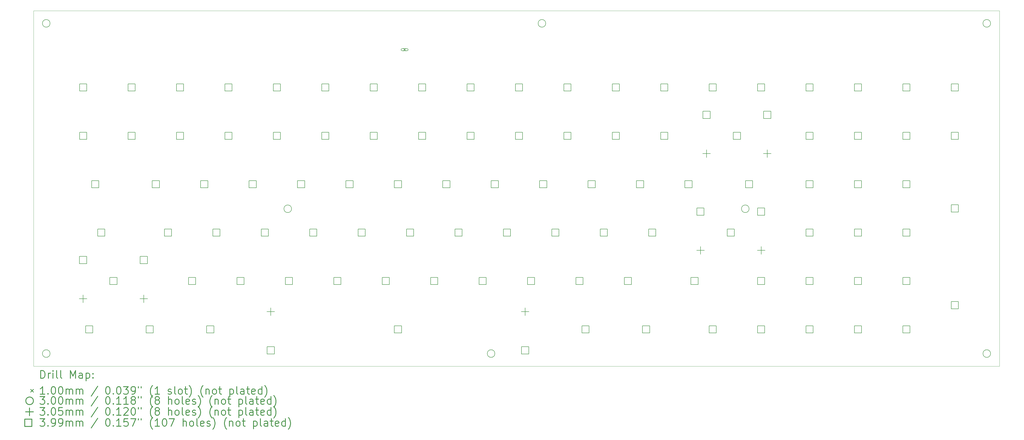
<source format=gbr>
%FSLAX45Y45*%
G04 Gerber Fmt 4.5, Leading zero omitted, Abs format (unit mm)*
G04 Created by KiCad (PCBNEW (5.0.0)) date 11/22/18 23:54:33*
%MOMM*%
%LPD*%
G01*
G04 APERTURE LIST*
%ADD10C,0.100000*%
%ADD11C,0.200000*%
%ADD12C,0.300000*%
G04 APERTURE END LIST*
D10*
X43000000Y-4700000D02*
X37000000Y-4700000D01*
X43000000Y-18700000D02*
X43000000Y-4700000D01*
X37000000Y-18700000D02*
X43000000Y-18700000D01*
X5000000Y-4700000D02*
X5000000Y-18700000D01*
X5000000Y-4700000D02*
X37000000Y-4700000D01*
X6000000Y-18700000D02*
X37000000Y-18700000D01*
X6000000Y-18700000D02*
X5000000Y-18700000D01*
D11*
X19548000Y-6186600D02*
X19648000Y-6286600D01*
X19648000Y-6186600D02*
X19548000Y-6286600D01*
X19498000Y-6276600D02*
X19698000Y-6276600D01*
X19498000Y-6196600D02*
X19698000Y-6196600D01*
X19698000Y-6276600D02*
G75*
G03X19698000Y-6196600I0J40000D01*
G01*
X19498000Y-6196600D02*
G75*
G03X19498000Y-6276600I0J-40000D01*
G01*
X25150000Y-5200000D02*
G75*
G03X25150000Y-5200000I-150000J0D01*
G01*
X5650000Y-18200000D02*
G75*
G03X5650000Y-18200000I-150000J0D01*
G01*
X5650000Y-5200000D02*
G75*
G03X5650000Y-5200000I-150000J0D01*
G01*
X42650000Y-18200000D02*
G75*
G03X42650000Y-18200000I-150000J0D01*
G01*
X33150000Y-12500000D02*
G75*
G03X33150000Y-12500000I-150000J0D01*
G01*
X23150000Y-18200000D02*
G75*
G03X23150000Y-18200000I-150000J0D01*
G01*
X42650000Y-5200000D02*
G75*
G03X42650000Y-5200000I-150000J0D01*
G01*
X15150000Y-12500000D02*
G75*
G03X15150000Y-12500000I-150000J0D01*
G01*
X31238075Y-13983600D02*
X31238075Y-14288400D01*
X31085675Y-14136000D02*
X31390475Y-14136000D01*
X33625675Y-13983600D02*
X33625675Y-14288400D01*
X33473275Y-14136000D02*
X33778075Y-14136000D01*
X6949325Y-15888600D02*
X6949325Y-16193400D01*
X6796925Y-16041000D02*
X7101725Y-16041000D01*
X9336925Y-15888600D02*
X9336925Y-16193400D01*
X9184525Y-16041000D02*
X9489325Y-16041000D01*
X31476200Y-10173600D02*
X31476200Y-10478400D01*
X31323800Y-10326000D02*
X31628600Y-10326000D01*
X33863800Y-10173600D02*
X33863800Y-10478400D01*
X33711400Y-10326000D02*
X34016200Y-10326000D01*
X14331200Y-16396600D02*
X14331200Y-16701400D01*
X14178800Y-16549000D02*
X14483600Y-16549000D01*
X24338800Y-16396600D02*
X24338800Y-16701400D01*
X24186400Y-16549000D02*
X24491200Y-16549000D01*
X18523491Y-9768491D02*
X18523491Y-9486509D01*
X18241509Y-9486509D01*
X18241509Y-9768491D01*
X18523491Y-9768491D01*
X7807866Y-13578491D02*
X7807866Y-13296509D01*
X7525884Y-13296509D01*
X7525884Y-13578491D01*
X7807866Y-13578491D01*
X10427241Y-13578491D02*
X10427241Y-13296509D01*
X10145259Y-13296509D01*
X10145259Y-13578491D01*
X10427241Y-13578491D01*
X9712866Y-17388491D02*
X9712866Y-17106509D01*
X9430884Y-17106509D01*
X9430884Y-17388491D01*
X9712866Y-17388491D01*
X35668491Y-17388491D02*
X35668491Y-17106509D01*
X35386509Y-17106509D01*
X35386509Y-17388491D01*
X35668491Y-17388491D01*
X17094741Y-15483491D02*
X17094741Y-15201509D01*
X16812759Y-15201509D01*
X16812759Y-15483491D01*
X17094741Y-15483491D01*
X13760991Y-11673491D02*
X13760991Y-11391509D01*
X13479009Y-11391509D01*
X13479009Y-11673491D01*
X13760991Y-11673491D01*
X15665991Y-11673491D02*
X15665991Y-11391509D01*
X15384009Y-11391509D01*
X15384009Y-11673491D01*
X15665991Y-11673491D01*
X11855991Y-11673491D02*
X11855991Y-11391509D01*
X11574009Y-11391509D01*
X11574009Y-11673491D01*
X11855991Y-11673491D01*
X29477241Y-13578491D02*
X29477241Y-13296509D01*
X29195259Y-13296509D01*
X29195259Y-13578491D01*
X29477241Y-13578491D01*
X35668491Y-7863491D02*
X35668491Y-7581509D01*
X35386509Y-7581509D01*
X35386509Y-7863491D01*
X35668491Y-7863491D01*
X14713491Y-7863491D02*
X14713491Y-7581509D01*
X14431509Y-7581509D01*
X14431509Y-7863491D01*
X14713491Y-7863491D01*
X33763491Y-7863491D02*
X33763491Y-7581509D01*
X33481509Y-7581509D01*
X33481509Y-7863491D01*
X33763491Y-7863491D01*
X18047241Y-13578491D02*
X18047241Y-13296509D01*
X17765259Y-13296509D01*
X17765259Y-13578491D01*
X18047241Y-13578491D01*
X37573491Y-11673491D02*
X37573491Y-11391509D01*
X37291509Y-11391509D01*
X37291509Y-11673491D01*
X37573491Y-11673491D01*
X16618491Y-7863491D02*
X16618491Y-7581509D01*
X16336509Y-7581509D01*
X16336509Y-7863491D01*
X16618491Y-7863491D01*
X35668491Y-13578491D02*
X35668491Y-13296509D01*
X35386509Y-13296509D01*
X35386509Y-13578491D01*
X35668491Y-13578491D01*
X28524741Y-15483491D02*
X28524741Y-15201509D01*
X28242759Y-15201509D01*
X28242759Y-15483491D01*
X28524741Y-15483491D01*
X29239116Y-17388491D02*
X29239116Y-17106509D01*
X28957134Y-17106509D01*
X28957134Y-17388491D01*
X29239116Y-17388491D01*
X31144116Y-15483491D02*
X31144116Y-15201509D01*
X30862134Y-15201509D01*
X30862134Y-15483491D01*
X31144116Y-15483491D01*
X33763491Y-15483491D02*
X33763491Y-15201509D01*
X33481509Y-15201509D01*
X33481509Y-15483491D01*
X33763491Y-15483491D01*
X26143491Y-9768491D02*
X26143491Y-9486509D01*
X25861509Y-9486509D01*
X25861509Y-9768491D01*
X26143491Y-9768491D01*
X22333491Y-9768491D02*
X22333491Y-9486509D01*
X22051509Y-9486509D01*
X22051509Y-9768491D01*
X22333491Y-9768491D01*
X22809741Y-15483491D02*
X22809741Y-15201509D01*
X22527759Y-15201509D01*
X22527759Y-15483491D01*
X22809741Y-15483491D01*
X17570991Y-11673491D02*
X17570991Y-11391509D01*
X17289009Y-11391509D01*
X17289009Y-11673491D01*
X17570991Y-11673491D01*
X27095991Y-11673491D02*
X27095991Y-11391509D01*
X26814009Y-11391509D01*
X26814009Y-11673491D01*
X27095991Y-11673491D01*
X19475991Y-11673491D02*
X19475991Y-11391509D01*
X19194009Y-11391509D01*
X19194009Y-11673491D01*
X19475991Y-11673491D01*
X27572241Y-13578491D02*
X27572241Y-13296509D01*
X27290259Y-13296509D01*
X27290259Y-13578491D01*
X27572241Y-13578491D01*
X30905991Y-11673491D02*
X30905991Y-11391509D01*
X30624009Y-11391509D01*
X30624009Y-11673491D01*
X30905991Y-11673491D01*
X41383491Y-9768491D02*
X41383491Y-9486509D01*
X41101509Y-9486509D01*
X41101509Y-9768491D01*
X41383491Y-9768491D01*
X29953491Y-7863491D02*
X29953491Y-7581509D01*
X29671509Y-7581509D01*
X29671509Y-7863491D01*
X29953491Y-7863491D01*
X39478491Y-13578491D02*
X39478491Y-13296509D01*
X39196509Y-13296509D01*
X39196509Y-13578491D01*
X39478491Y-13578491D01*
X12332241Y-13578491D02*
X12332241Y-13296509D01*
X12050259Y-13296509D01*
X12050259Y-13578491D01*
X12332241Y-13578491D01*
X41383491Y-16435991D02*
X41383491Y-16154009D01*
X41101509Y-16154009D01*
X41101509Y-16435991D01*
X41383491Y-16435991D01*
X31379066Y-12752991D02*
X31379066Y-12471009D01*
X31097084Y-12471009D01*
X31097084Y-12752991D01*
X31379066Y-12752991D01*
X32572866Y-13578491D02*
X32572866Y-13296509D01*
X32290884Y-13296509D01*
X32290884Y-13578491D01*
X32572866Y-13578491D01*
X33766666Y-12752991D02*
X33766666Y-12471009D01*
X33484684Y-12471009D01*
X33484684Y-12752991D01*
X33766666Y-12752991D01*
X7569741Y-11673491D02*
X7569741Y-11391509D01*
X7287759Y-11391509D01*
X7287759Y-11673491D01*
X7569741Y-11673491D01*
X29953491Y-9768491D02*
X29953491Y-9486509D01*
X29671509Y-9486509D01*
X29671509Y-9768491D01*
X29953491Y-9768491D01*
X13284741Y-15483491D02*
X13284741Y-15201509D01*
X13002759Y-15201509D01*
X13002759Y-15483491D01*
X13284741Y-15483491D01*
X23285991Y-11673491D02*
X23285991Y-11391509D01*
X23004009Y-11391509D01*
X23004009Y-11673491D01*
X23285991Y-11673491D01*
X35668491Y-9768491D02*
X35668491Y-9486509D01*
X35386509Y-9486509D01*
X35386509Y-9768491D01*
X35668491Y-9768491D01*
X21857241Y-13578491D02*
X21857241Y-13296509D01*
X21575259Y-13296509D01*
X21575259Y-13578491D01*
X21857241Y-13578491D01*
X41383491Y-7863491D02*
X41383491Y-7581509D01*
X41101509Y-7581509D01*
X41101509Y-7863491D01*
X41383491Y-7863491D01*
X9950991Y-11673491D02*
X9950991Y-11391509D01*
X9669009Y-11391509D01*
X9669009Y-11673491D01*
X9950991Y-11673491D01*
X28048491Y-9768491D02*
X28048491Y-9486509D01*
X27766509Y-9486509D01*
X27766509Y-9768491D01*
X28048491Y-9768491D01*
X31858491Y-17388491D02*
X31858491Y-17106509D01*
X31576509Y-17106509D01*
X31576509Y-17388491D01*
X31858491Y-17388491D01*
X12808491Y-7863491D02*
X12808491Y-7581509D01*
X12526509Y-7581509D01*
X12526509Y-7863491D01*
X12808491Y-7863491D01*
X39478491Y-11673491D02*
X39478491Y-11391509D01*
X39196509Y-11391509D01*
X39196509Y-11673491D01*
X39478491Y-11673491D01*
X12808491Y-9768491D02*
X12808491Y-9486509D01*
X12526509Y-9486509D01*
X12526509Y-9768491D01*
X12808491Y-9768491D01*
X41383491Y-12625991D02*
X41383491Y-12344009D01*
X41101509Y-12344009D01*
X41101509Y-12625991D01*
X41383491Y-12625991D01*
X7090316Y-14657991D02*
X7090316Y-14376009D01*
X6808334Y-14376009D01*
X6808334Y-14657991D01*
X7090316Y-14657991D01*
X8284116Y-15483491D02*
X8284116Y-15201509D01*
X8002134Y-15201509D01*
X8002134Y-15483491D01*
X8284116Y-15483491D01*
X9477916Y-14657991D02*
X9477916Y-14376009D01*
X9195934Y-14376009D01*
X9195934Y-14657991D01*
X9477916Y-14657991D01*
X18999741Y-15483491D02*
X18999741Y-15201509D01*
X18717759Y-15201509D01*
X18717759Y-15483491D01*
X18999741Y-15483491D01*
X20428491Y-7863491D02*
X20428491Y-7581509D01*
X20146509Y-7581509D01*
X20146509Y-7863491D01*
X20428491Y-7863491D01*
X39478491Y-9768491D02*
X39478491Y-9486509D01*
X39196509Y-9486509D01*
X39196509Y-9768491D01*
X39478491Y-9768491D01*
X20904741Y-15483491D02*
X20904741Y-15201509D01*
X20622759Y-15201509D01*
X20622759Y-15483491D01*
X20904741Y-15483491D01*
X10903491Y-9768491D02*
X10903491Y-9486509D01*
X10621509Y-9486509D01*
X10621509Y-9768491D01*
X10903491Y-9768491D01*
X24238491Y-9768491D02*
X24238491Y-9486509D01*
X23956509Y-9486509D01*
X23956509Y-9768491D01*
X24238491Y-9768491D01*
X33763491Y-17388491D02*
X33763491Y-17106509D01*
X33481509Y-17106509D01*
X33481509Y-17388491D01*
X33763491Y-17388491D01*
X18523491Y-7863491D02*
X18523491Y-7581509D01*
X18241509Y-7581509D01*
X18241509Y-7863491D01*
X18523491Y-7863491D01*
X25667241Y-13578491D02*
X25667241Y-13296509D01*
X25385259Y-13296509D01*
X25385259Y-13578491D01*
X25667241Y-13578491D01*
X39478491Y-15483491D02*
X39478491Y-15201509D01*
X39196509Y-15201509D01*
X39196509Y-15483491D01*
X39478491Y-15483491D01*
X8998491Y-7863491D02*
X8998491Y-7581509D01*
X8716509Y-7581509D01*
X8716509Y-7863491D01*
X8998491Y-7863491D01*
X39478491Y-17388491D02*
X39478491Y-17106509D01*
X39196509Y-17106509D01*
X39196509Y-17388491D01*
X39478491Y-17388491D01*
X12094116Y-17388491D02*
X12094116Y-17106509D01*
X11812134Y-17106509D01*
X11812134Y-17388491D01*
X12094116Y-17388491D01*
X31617191Y-8942991D02*
X31617191Y-8661009D01*
X31335209Y-8661009D01*
X31335209Y-8942991D01*
X31617191Y-8942991D01*
X32810991Y-9768491D02*
X32810991Y-9486509D01*
X32529009Y-9486509D01*
X32529009Y-9768491D01*
X32810991Y-9768491D01*
X34004791Y-8942991D02*
X34004791Y-8661009D01*
X33722809Y-8661009D01*
X33722809Y-8942991D01*
X34004791Y-8942991D01*
X24714741Y-15483491D02*
X24714741Y-15201509D01*
X24432759Y-15201509D01*
X24432759Y-15483491D01*
X24714741Y-15483491D01*
X26143491Y-7863491D02*
X26143491Y-7581509D01*
X25861509Y-7581509D01*
X25861509Y-7863491D01*
X26143491Y-7863491D01*
X23762241Y-13578491D02*
X23762241Y-13296509D01*
X23480259Y-13296509D01*
X23480259Y-13578491D01*
X23762241Y-13578491D01*
X37573491Y-9768491D02*
X37573491Y-9486509D01*
X37291509Y-9486509D01*
X37291509Y-9768491D01*
X37573491Y-9768491D01*
X29000991Y-11673491D02*
X29000991Y-11391509D01*
X28719009Y-11391509D01*
X28719009Y-11673491D01*
X29000991Y-11673491D01*
X37573491Y-15483491D02*
X37573491Y-15201509D01*
X37291509Y-15201509D01*
X37291509Y-15483491D01*
X37573491Y-15483491D01*
X24238491Y-7863491D02*
X24238491Y-7581509D01*
X23956509Y-7581509D01*
X23956509Y-7863491D01*
X24238491Y-7863491D01*
X37573491Y-7863491D02*
X37573491Y-7581509D01*
X37291509Y-7581509D01*
X37291509Y-7863491D01*
X37573491Y-7863491D01*
X15189741Y-15483491D02*
X15189741Y-15201509D01*
X14907759Y-15201509D01*
X14907759Y-15483491D01*
X15189741Y-15483491D01*
X22333491Y-7863491D02*
X22333491Y-7581509D01*
X22051509Y-7581509D01*
X22051509Y-7863491D01*
X22333491Y-7863491D01*
X35668491Y-15483491D02*
X35668491Y-15201509D01*
X35386509Y-15201509D01*
X35386509Y-15483491D01*
X35668491Y-15483491D01*
X7331616Y-17388491D02*
X7331616Y-17106509D01*
X7049634Y-17106509D01*
X7049634Y-17388491D01*
X7331616Y-17388491D01*
X14472191Y-18213991D02*
X14472191Y-17932009D01*
X14190209Y-17932009D01*
X14190209Y-18213991D01*
X14472191Y-18213991D01*
X19475991Y-17388491D02*
X19475991Y-17106509D01*
X19194009Y-17106509D01*
X19194009Y-17388491D01*
X19475991Y-17388491D01*
X24479791Y-18213991D02*
X24479791Y-17932009D01*
X24197809Y-17932009D01*
X24197809Y-18213991D01*
X24479791Y-18213991D01*
X14237241Y-13578491D02*
X14237241Y-13296509D01*
X13955259Y-13296509D01*
X13955259Y-13578491D01*
X14237241Y-13578491D01*
X7093491Y-9768491D02*
X7093491Y-9486509D01*
X6811509Y-9486509D01*
X6811509Y-9768491D01*
X7093491Y-9768491D01*
X8998491Y-9768491D02*
X8998491Y-9486509D01*
X8716509Y-9486509D01*
X8716509Y-9768491D01*
X8998491Y-9768491D01*
X21380991Y-11673491D02*
X21380991Y-11391509D01*
X21099009Y-11391509D01*
X21099009Y-11673491D01*
X21380991Y-11673491D01*
X7093491Y-7863491D02*
X7093491Y-7581509D01*
X6811509Y-7581509D01*
X6811509Y-7863491D01*
X7093491Y-7863491D01*
X37573491Y-13578491D02*
X37573491Y-13296509D01*
X37291509Y-13296509D01*
X37291509Y-13578491D01*
X37573491Y-13578491D01*
X16142241Y-13578491D02*
X16142241Y-13296509D01*
X15860259Y-13296509D01*
X15860259Y-13578491D01*
X16142241Y-13578491D01*
X37573491Y-17388491D02*
X37573491Y-17106509D01*
X37291509Y-17106509D01*
X37291509Y-17388491D01*
X37573491Y-17388491D01*
X14713491Y-9768491D02*
X14713491Y-9486509D01*
X14431509Y-9486509D01*
X14431509Y-9768491D01*
X14713491Y-9768491D01*
X28048491Y-7863491D02*
X28048491Y-7581509D01*
X27766509Y-7581509D01*
X27766509Y-7863491D01*
X28048491Y-7863491D01*
X31858491Y-7863491D02*
X31858491Y-7581509D01*
X31576509Y-7581509D01*
X31576509Y-7863491D01*
X31858491Y-7863491D01*
X33287241Y-11673491D02*
X33287241Y-11391509D01*
X33005259Y-11391509D01*
X33005259Y-11673491D01*
X33287241Y-11673491D01*
X26857866Y-17388491D02*
X26857866Y-17106509D01*
X26575884Y-17106509D01*
X26575884Y-17388491D01*
X26857866Y-17388491D01*
X26619741Y-15483491D02*
X26619741Y-15201509D01*
X26337759Y-15201509D01*
X26337759Y-15483491D01*
X26619741Y-15483491D01*
X19952241Y-13578491D02*
X19952241Y-13296509D01*
X19670259Y-13296509D01*
X19670259Y-13578491D01*
X19952241Y-13578491D01*
X25190991Y-11673491D02*
X25190991Y-11391509D01*
X24909009Y-11391509D01*
X24909009Y-11673491D01*
X25190991Y-11673491D01*
X11379741Y-15483491D02*
X11379741Y-15201509D01*
X11097759Y-15201509D01*
X11097759Y-15483491D01*
X11379741Y-15483491D01*
X10903491Y-7863491D02*
X10903491Y-7581509D01*
X10621509Y-7581509D01*
X10621509Y-7863491D01*
X10903491Y-7863491D01*
X35668491Y-11673491D02*
X35668491Y-11391509D01*
X35386509Y-11391509D01*
X35386509Y-11673491D01*
X35668491Y-11673491D01*
X16618491Y-9768491D02*
X16618491Y-9486509D01*
X16336509Y-9486509D01*
X16336509Y-9768491D01*
X16618491Y-9768491D01*
X39478491Y-7863491D02*
X39478491Y-7581509D01*
X39196509Y-7581509D01*
X39196509Y-7863491D01*
X39478491Y-7863491D01*
X20428491Y-9768491D02*
X20428491Y-9486509D01*
X20146509Y-9486509D01*
X20146509Y-9768491D01*
X20428491Y-9768491D01*
D12*
X5281428Y-19170714D02*
X5281428Y-18870714D01*
X5352857Y-18870714D01*
X5395714Y-18885000D01*
X5424286Y-18913572D01*
X5438571Y-18942143D01*
X5452857Y-18999286D01*
X5452857Y-19042143D01*
X5438571Y-19099286D01*
X5424286Y-19127857D01*
X5395714Y-19156429D01*
X5352857Y-19170714D01*
X5281428Y-19170714D01*
X5581428Y-19170714D02*
X5581428Y-18970714D01*
X5581428Y-19027857D02*
X5595714Y-18999286D01*
X5610000Y-18985000D01*
X5638571Y-18970714D01*
X5667143Y-18970714D01*
X5767143Y-19170714D02*
X5767143Y-18970714D01*
X5767143Y-18870714D02*
X5752857Y-18885000D01*
X5767143Y-18899286D01*
X5781428Y-18885000D01*
X5767143Y-18870714D01*
X5767143Y-18899286D01*
X5952857Y-19170714D02*
X5924286Y-19156429D01*
X5910000Y-19127857D01*
X5910000Y-18870714D01*
X6110000Y-19170714D02*
X6081428Y-19156429D01*
X6067143Y-19127857D01*
X6067143Y-18870714D01*
X6452857Y-19170714D02*
X6452857Y-18870714D01*
X6552857Y-19085000D01*
X6652857Y-18870714D01*
X6652857Y-19170714D01*
X6924286Y-19170714D02*
X6924286Y-19013572D01*
X6910000Y-18985000D01*
X6881428Y-18970714D01*
X6824286Y-18970714D01*
X6795714Y-18985000D01*
X6924286Y-19156429D02*
X6895714Y-19170714D01*
X6824286Y-19170714D01*
X6795714Y-19156429D01*
X6781428Y-19127857D01*
X6781428Y-19099286D01*
X6795714Y-19070714D01*
X6824286Y-19056429D01*
X6895714Y-19056429D01*
X6924286Y-19042143D01*
X7067143Y-18970714D02*
X7067143Y-19270714D01*
X7067143Y-18985000D02*
X7095714Y-18970714D01*
X7152857Y-18970714D01*
X7181428Y-18985000D01*
X7195714Y-18999286D01*
X7210000Y-19027857D01*
X7210000Y-19113572D01*
X7195714Y-19142143D01*
X7181428Y-19156429D01*
X7152857Y-19170714D01*
X7095714Y-19170714D01*
X7067143Y-19156429D01*
X7338571Y-19142143D02*
X7352857Y-19156429D01*
X7338571Y-19170714D01*
X7324286Y-19156429D01*
X7338571Y-19142143D01*
X7338571Y-19170714D01*
X7338571Y-18985000D02*
X7352857Y-18999286D01*
X7338571Y-19013572D01*
X7324286Y-18999286D01*
X7338571Y-18985000D01*
X7338571Y-19013572D01*
X4895000Y-19615000D02*
X4995000Y-19715000D01*
X4995000Y-19615000D02*
X4895000Y-19715000D01*
X5438571Y-19800714D02*
X5267143Y-19800714D01*
X5352857Y-19800714D02*
X5352857Y-19500714D01*
X5324286Y-19543572D01*
X5295714Y-19572143D01*
X5267143Y-19586429D01*
X5567143Y-19772143D02*
X5581428Y-19786429D01*
X5567143Y-19800714D01*
X5552857Y-19786429D01*
X5567143Y-19772143D01*
X5567143Y-19800714D01*
X5767143Y-19500714D02*
X5795714Y-19500714D01*
X5824286Y-19515000D01*
X5838571Y-19529286D01*
X5852857Y-19557857D01*
X5867143Y-19615000D01*
X5867143Y-19686429D01*
X5852857Y-19743572D01*
X5838571Y-19772143D01*
X5824286Y-19786429D01*
X5795714Y-19800714D01*
X5767143Y-19800714D01*
X5738571Y-19786429D01*
X5724286Y-19772143D01*
X5710000Y-19743572D01*
X5695714Y-19686429D01*
X5695714Y-19615000D01*
X5710000Y-19557857D01*
X5724286Y-19529286D01*
X5738571Y-19515000D01*
X5767143Y-19500714D01*
X6052857Y-19500714D02*
X6081428Y-19500714D01*
X6110000Y-19515000D01*
X6124286Y-19529286D01*
X6138571Y-19557857D01*
X6152857Y-19615000D01*
X6152857Y-19686429D01*
X6138571Y-19743572D01*
X6124286Y-19772143D01*
X6110000Y-19786429D01*
X6081428Y-19800714D01*
X6052857Y-19800714D01*
X6024286Y-19786429D01*
X6010000Y-19772143D01*
X5995714Y-19743572D01*
X5981428Y-19686429D01*
X5981428Y-19615000D01*
X5995714Y-19557857D01*
X6010000Y-19529286D01*
X6024286Y-19515000D01*
X6052857Y-19500714D01*
X6281428Y-19800714D02*
X6281428Y-19600714D01*
X6281428Y-19629286D02*
X6295714Y-19615000D01*
X6324286Y-19600714D01*
X6367143Y-19600714D01*
X6395714Y-19615000D01*
X6410000Y-19643572D01*
X6410000Y-19800714D01*
X6410000Y-19643572D02*
X6424286Y-19615000D01*
X6452857Y-19600714D01*
X6495714Y-19600714D01*
X6524286Y-19615000D01*
X6538571Y-19643572D01*
X6538571Y-19800714D01*
X6681428Y-19800714D02*
X6681428Y-19600714D01*
X6681428Y-19629286D02*
X6695714Y-19615000D01*
X6724286Y-19600714D01*
X6767143Y-19600714D01*
X6795714Y-19615000D01*
X6810000Y-19643572D01*
X6810000Y-19800714D01*
X6810000Y-19643572D02*
X6824286Y-19615000D01*
X6852857Y-19600714D01*
X6895714Y-19600714D01*
X6924286Y-19615000D01*
X6938571Y-19643572D01*
X6938571Y-19800714D01*
X7524286Y-19486429D02*
X7267143Y-19872143D01*
X7910000Y-19500714D02*
X7938571Y-19500714D01*
X7967143Y-19515000D01*
X7981428Y-19529286D01*
X7995714Y-19557857D01*
X8010000Y-19615000D01*
X8010000Y-19686429D01*
X7995714Y-19743572D01*
X7981428Y-19772143D01*
X7967143Y-19786429D01*
X7938571Y-19800714D01*
X7910000Y-19800714D01*
X7881428Y-19786429D01*
X7867143Y-19772143D01*
X7852857Y-19743572D01*
X7838571Y-19686429D01*
X7838571Y-19615000D01*
X7852857Y-19557857D01*
X7867143Y-19529286D01*
X7881428Y-19515000D01*
X7910000Y-19500714D01*
X8138571Y-19772143D02*
X8152857Y-19786429D01*
X8138571Y-19800714D01*
X8124286Y-19786429D01*
X8138571Y-19772143D01*
X8138571Y-19800714D01*
X8338571Y-19500714D02*
X8367143Y-19500714D01*
X8395714Y-19515000D01*
X8410000Y-19529286D01*
X8424286Y-19557857D01*
X8438571Y-19615000D01*
X8438571Y-19686429D01*
X8424286Y-19743572D01*
X8410000Y-19772143D01*
X8395714Y-19786429D01*
X8367143Y-19800714D01*
X8338571Y-19800714D01*
X8310000Y-19786429D01*
X8295714Y-19772143D01*
X8281428Y-19743572D01*
X8267143Y-19686429D01*
X8267143Y-19615000D01*
X8281428Y-19557857D01*
X8295714Y-19529286D01*
X8310000Y-19515000D01*
X8338571Y-19500714D01*
X8538571Y-19500714D02*
X8724286Y-19500714D01*
X8624286Y-19615000D01*
X8667143Y-19615000D01*
X8695714Y-19629286D01*
X8710000Y-19643572D01*
X8724286Y-19672143D01*
X8724286Y-19743572D01*
X8710000Y-19772143D01*
X8695714Y-19786429D01*
X8667143Y-19800714D01*
X8581428Y-19800714D01*
X8552857Y-19786429D01*
X8538571Y-19772143D01*
X8867143Y-19800714D02*
X8924286Y-19800714D01*
X8952857Y-19786429D01*
X8967143Y-19772143D01*
X8995714Y-19729286D01*
X9010000Y-19672143D01*
X9010000Y-19557857D01*
X8995714Y-19529286D01*
X8981428Y-19515000D01*
X8952857Y-19500714D01*
X8895714Y-19500714D01*
X8867143Y-19515000D01*
X8852857Y-19529286D01*
X8838571Y-19557857D01*
X8838571Y-19629286D01*
X8852857Y-19657857D01*
X8867143Y-19672143D01*
X8895714Y-19686429D01*
X8952857Y-19686429D01*
X8981428Y-19672143D01*
X8995714Y-19657857D01*
X9010000Y-19629286D01*
X9124286Y-19500714D02*
X9124286Y-19557857D01*
X9238571Y-19500714D02*
X9238571Y-19557857D01*
X9681428Y-19915000D02*
X9667143Y-19900714D01*
X9638571Y-19857857D01*
X9624286Y-19829286D01*
X9610000Y-19786429D01*
X9595714Y-19715000D01*
X9595714Y-19657857D01*
X9610000Y-19586429D01*
X9624286Y-19543572D01*
X9638571Y-19515000D01*
X9667143Y-19472143D01*
X9681428Y-19457857D01*
X9952857Y-19800714D02*
X9781428Y-19800714D01*
X9867143Y-19800714D02*
X9867143Y-19500714D01*
X9838571Y-19543572D01*
X9810000Y-19572143D01*
X9781428Y-19586429D01*
X10295714Y-19786429D02*
X10324286Y-19800714D01*
X10381428Y-19800714D01*
X10410000Y-19786429D01*
X10424286Y-19757857D01*
X10424286Y-19743572D01*
X10410000Y-19715000D01*
X10381428Y-19700714D01*
X10338571Y-19700714D01*
X10310000Y-19686429D01*
X10295714Y-19657857D01*
X10295714Y-19643572D01*
X10310000Y-19615000D01*
X10338571Y-19600714D01*
X10381428Y-19600714D01*
X10410000Y-19615000D01*
X10595714Y-19800714D02*
X10567143Y-19786429D01*
X10552857Y-19757857D01*
X10552857Y-19500714D01*
X10752857Y-19800714D02*
X10724286Y-19786429D01*
X10710000Y-19772143D01*
X10695714Y-19743572D01*
X10695714Y-19657857D01*
X10710000Y-19629286D01*
X10724286Y-19615000D01*
X10752857Y-19600714D01*
X10795714Y-19600714D01*
X10824286Y-19615000D01*
X10838571Y-19629286D01*
X10852857Y-19657857D01*
X10852857Y-19743572D01*
X10838571Y-19772143D01*
X10824286Y-19786429D01*
X10795714Y-19800714D01*
X10752857Y-19800714D01*
X10938571Y-19600714D02*
X11052857Y-19600714D01*
X10981428Y-19500714D02*
X10981428Y-19757857D01*
X10995714Y-19786429D01*
X11024286Y-19800714D01*
X11052857Y-19800714D01*
X11124286Y-19915000D02*
X11138571Y-19900714D01*
X11167143Y-19857857D01*
X11181428Y-19829286D01*
X11195714Y-19786429D01*
X11210000Y-19715000D01*
X11210000Y-19657857D01*
X11195714Y-19586429D01*
X11181428Y-19543572D01*
X11167143Y-19515000D01*
X11138571Y-19472143D01*
X11124286Y-19457857D01*
X11667143Y-19915000D02*
X11652857Y-19900714D01*
X11624286Y-19857857D01*
X11610000Y-19829286D01*
X11595714Y-19786429D01*
X11581428Y-19715000D01*
X11581428Y-19657857D01*
X11595714Y-19586429D01*
X11610000Y-19543572D01*
X11624286Y-19515000D01*
X11652857Y-19472143D01*
X11667143Y-19457857D01*
X11781428Y-19600714D02*
X11781428Y-19800714D01*
X11781428Y-19629286D02*
X11795714Y-19615000D01*
X11824286Y-19600714D01*
X11867143Y-19600714D01*
X11895714Y-19615000D01*
X11910000Y-19643572D01*
X11910000Y-19800714D01*
X12095714Y-19800714D02*
X12067143Y-19786429D01*
X12052857Y-19772143D01*
X12038571Y-19743572D01*
X12038571Y-19657857D01*
X12052857Y-19629286D01*
X12067143Y-19615000D01*
X12095714Y-19600714D01*
X12138571Y-19600714D01*
X12167143Y-19615000D01*
X12181428Y-19629286D01*
X12195714Y-19657857D01*
X12195714Y-19743572D01*
X12181428Y-19772143D01*
X12167143Y-19786429D01*
X12138571Y-19800714D01*
X12095714Y-19800714D01*
X12281428Y-19600714D02*
X12395714Y-19600714D01*
X12324286Y-19500714D02*
X12324286Y-19757857D01*
X12338571Y-19786429D01*
X12367143Y-19800714D01*
X12395714Y-19800714D01*
X12724286Y-19600714D02*
X12724286Y-19900714D01*
X12724286Y-19615000D02*
X12752857Y-19600714D01*
X12810000Y-19600714D01*
X12838571Y-19615000D01*
X12852857Y-19629286D01*
X12867143Y-19657857D01*
X12867143Y-19743572D01*
X12852857Y-19772143D01*
X12838571Y-19786429D01*
X12810000Y-19800714D01*
X12752857Y-19800714D01*
X12724286Y-19786429D01*
X13038571Y-19800714D02*
X13010000Y-19786429D01*
X12995714Y-19757857D01*
X12995714Y-19500714D01*
X13281428Y-19800714D02*
X13281428Y-19643572D01*
X13267143Y-19615000D01*
X13238571Y-19600714D01*
X13181428Y-19600714D01*
X13152857Y-19615000D01*
X13281428Y-19786429D02*
X13252857Y-19800714D01*
X13181428Y-19800714D01*
X13152857Y-19786429D01*
X13138571Y-19757857D01*
X13138571Y-19729286D01*
X13152857Y-19700714D01*
X13181428Y-19686429D01*
X13252857Y-19686429D01*
X13281428Y-19672143D01*
X13381428Y-19600714D02*
X13495714Y-19600714D01*
X13424286Y-19500714D02*
X13424286Y-19757857D01*
X13438571Y-19786429D01*
X13467143Y-19800714D01*
X13495714Y-19800714D01*
X13710000Y-19786429D02*
X13681428Y-19800714D01*
X13624286Y-19800714D01*
X13595714Y-19786429D01*
X13581428Y-19757857D01*
X13581428Y-19643572D01*
X13595714Y-19615000D01*
X13624286Y-19600714D01*
X13681428Y-19600714D01*
X13710000Y-19615000D01*
X13724286Y-19643572D01*
X13724286Y-19672143D01*
X13581428Y-19700714D01*
X13981428Y-19800714D02*
X13981428Y-19500714D01*
X13981428Y-19786429D02*
X13952857Y-19800714D01*
X13895714Y-19800714D01*
X13867143Y-19786429D01*
X13852857Y-19772143D01*
X13838571Y-19743572D01*
X13838571Y-19657857D01*
X13852857Y-19629286D01*
X13867143Y-19615000D01*
X13895714Y-19600714D01*
X13952857Y-19600714D01*
X13981428Y-19615000D01*
X14095714Y-19915000D02*
X14110000Y-19900714D01*
X14138571Y-19857857D01*
X14152857Y-19829286D01*
X14167143Y-19786429D01*
X14181428Y-19715000D01*
X14181428Y-19657857D01*
X14167143Y-19586429D01*
X14152857Y-19543572D01*
X14138571Y-19515000D01*
X14110000Y-19472143D01*
X14095714Y-19457857D01*
X4995000Y-20061000D02*
G75*
G03X4995000Y-20061000I-150000J0D01*
G01*
X5252857Y-19896714D02*
X5438571Y-19896714D01*
X5338571Y-20011000D01*
X5381428Y-20011000D01*
X5410000Y-20025286D01*
X5424286Y-20039572D01*
X5438571Y-20068143D01*
X5438571Y-20139572D01*
X5424286Y-20168143D01*
X5410000Y-20182429D01*
X5381428Y-20196714D01*
X5295714Y-20196714D01*
X5267143Y-20182429D01*
X5252857Y-20168143D01*
X5567143Y-20168143D02*
X5581428Y-20182429D01*
X5567143Y-20196714D01*
X5552857Y-20182429D01*
X5567143Y-20168143D01*
X5567143Y-20196714D01*
X5767143Y-19896714D02*
X5795714Y-19896714D01*
X5824286Y-19911000D01*
X5838571Y-19925286D01*
X5852857Y-19953857D01*
X5867143Y-20011000D01*
X5867143Y-20082429D01*
X5852857Y-20139572D01*
X5838571Y-20168143D01*
X5824286Y-20182429D01*
X5795714Y-20196714D01*
X5767143Y-20196714D01*
X5738571Y-20182429D01*
X5724286Y-20168143D01*
X5710000Y-20139572D01*
X5695714Y-20082429D01*
X5695714Y-20011000D01*
X5710000Y-19953857D01*
X5724286Y-19925286D01*
X5738571Y-19911000D01*
X5767143Y-19896714D01*
X6052857Y-19896714D02*
X6081428Y-19896714D01*
X6110000Y-19911000D01*
X6124286Y-19925286D01*
X6138571Y-19953857D01*
X6152857Y-20011000D01*
X6152857Y-20082429D01*
X6138571Y-20139572D01*
X6124286Y-20168143D01*
X6110000Y-20182429D01*
X6081428Y-20196714D01*
X6052857Y-20196714D01*
X6024286Y-20182429D01*
X6010000Y-20168143D01*
X5995714Y-20139572D01*
X5981428Y-20082429D01*
X5981428Y-20011000D01*
X5995714Y-19953857D01*
X6010000Y-19925286D01*
X6024286Y-19911000D01*
X6052857Y-19896714D01*
X6281428Y-20196714D02*
X6281428Y-19996714D01*
X6281428Y-20025286D02*
X6295714Y-20011000D01*
X6324286Y-19996714D01*
X6367143Y-19996714D01*
X6395714Y-20011000D01*
X6410000Y-20039572D01*
X6410000Y-20196714D01*
X6410000Y-20039572D02*
X6424286Y-20011000D01*
X6452857Y-19996714D01*
X6495714Y-19996714D01*
X6524286Y-20011000D01*
X6538571Y-20039572D01*
X6538571Y-20196714D01*
X6681428Y-20196714D02*
X6681428Y-19996714D01*
X6681428Y-20025286D02*
X6695714Y-20011000D01*
X6724286Y-19996714D01*
X6767143Y-19996714D01*
X6795714Y-20011000D01*
X6810000Y-20039572D01*
X6810000Y-20196714D01*
X6810000Y-20039572D02*
X6824286Y-20011000D01*
X6852857Y-19996714D01*
X6895714Y-19996714D01*
X6924286Y-20011000D01*
X6938571Y-20039572D01*
X6938571Y-20196714D01*
X7524286Y-19882429D02*
X7267143Y-20268143D01*
X7910000Y-19896714D02*
X7938571Y-19896714D01*
X7967143Y-19911000D01*
X7981428Y-19925286D01*
X7995714Y-19953857D01*
X8010000Y-20011000D01*
X8010000Y-20082429D01*
X7995714Y-20139572D01*
X7981428Y-20168143D01*
X7967143Y-20182429D01*
X7938571Y-20196714D01*
X7910000Y-20196714D01*
X7881428Y-20182429D01*
X7867143Y-20168143D01*
X7852857Y-20139572D01*
X7838571Y-20082429D01*
X7838571Y-20011000D01*
X7852857Y-19953857D01*
X7867143Y-19925286D01*
X7881428Y-19911000D01*
X7910000Y-19896714D01*
X8138571Y-20168143D02*
X8152857Y-20182429D01*
X8138571Y-20196714D01*
X8124286Y-20182429D01*
X8138571Y-20168143D01*
X8138571Y-20196714D01*
X8438571Y-20196714D02*
X8267143Y-20196714D01*
X8352857Y-20196714D02*
X8352857Y-19896714D01*
X8324286Y-19939572D01*
X8295714Y-19968143D01*
X8267143Y-19982429D01*
X8724286Y-20196714D02*
X8552857Y-20196714D01*
X8638571Y-20196714D02*
X8638571Y-19896714D01*
X8610000Y-19939572D01*
X8581428Y-19968143D01*
X8552857Y-19982429D01*
X8895714Y-20025286D02*
X8867143Y-20011000D01*
X8852857Y-19996714D01*
X8838571Y-19968143D01*
X8838571Y-19953857D01*
X8852857Y-19925286D01*
X8867143Y-19911000D01*
X8895714Y-19896714D01*
X8952857Y-19896714D01*
X8981428Y-19911000D01*
X8995714Y-19925286D01*
X9010000Y-19953857D01*
X9010000Y-19968143D01*
X8995714Y-19996714D01*
X8981428Y-20011000D01*
X8952857Y-20025286D01*
X8895714Y-20025286D01*
X8867143Y-20039572D01*
X8852857Y-20053857D01*
X8838571Y-20082429D01*
X8838571Y-20139572D01*
X8852857Y-20168143D01*
X8867143Y-20182429D01*
X8895714Y-20196714D01*
X8952857Y-20196714D01*
X8981428Y-20182429D01*
X8995714Y-20168143D01*
X9010000Y-20139572D01*
X9010000Y-20082429D01*
X8995714Y-20053857D01*
X8981428Y-20039572D01*
X8952857Y-20025286D01*
X9124286Y-19896714D02*
X9124286Y-19953857D01*
X9238571Y-19896714D02*
X9238571Y-19953857D01*
X9681428Y-20311000D02*
X9667143Y-20296714D01*
X9638571Y-20253857D01*
X9624286Y-20225286D01*
X9610000Y-20182429D01*
X9595714Y-20111000D01*
X9595714Y-20053857D01*
X9610000Y-19982429D01*
X9624286Y-19939572D01*
X9638571Y-19911000D01*
X9667143Y-19868143D01*
X9681428Y-19853857D01*
X9838571Y-20025286D02*
X9810000Y-20011000D01*
X9795714Y-19996714D01*
X9781428Y-19968143D01*
X9781428Y-19953857D01*
X9795714Y-19925286D01*
X9810000Y-19911000D01*
X9838571Y-19896714D01*
X9895714Y-19896714D01*
X9924286Y-19911000D01*
X9938571Y-19925286D01*
X9952857Y-19953857D01*
X9952857Y-19968143D01*
X9938571Y-19996714D01*
X9924286Y-20011000D01*
X9895714Y-20025286D01*
X9838571Y-20025286D01*
X9810000Y-20039572D01*
X9795714Y-20053857D01*
X9781428Y-20082429D01*
X9781428Y-20139572D01*
X9795714Y-20168143D01*
X9810000Y-20182429D01*
X9838571Y-20196714D01*
X9895714Y-20196714D01*
X9924286Y-20182429D01*
X9938571Y-20168143D01*
X9952857Y-20139572D01*
X9952857Y-20082429D01*
X9938571Y-20053857D01*
X9924286Y-20039572D01*
X9895714Y-20025286D01*
X10310000Y-20196714D02*
X10310000Y-19896714D01*
X10438571Y-20196714D02*
X10438571Y-20039572D01*
X10424286Y-20011000D01*
X10395714Y-19996714D01*
X10352857Y-19996714D01*
X10324286Y-20011000D01*
X10310000Y-20025286D01*
X10624286Y-20196714D02*
X10595714Y-20182429D01*
X10581428Y-20168143D01*
X10567143Y-20139572D01*
X10567143Y-20053857D01*
X10581428Y-20025286D01*
X10595714Y-20011000D01*
X10624286Y-19996714D01*
X10667143Y-19996714D01*
X10695714Y-20011000D01*
X10710000Y-20025286D01*
X10724286Y-20053857D01*
X10724286Y-20139572D01*
X10710000Y-20168143D01*
X10695714Y-20182429D01*
X10667143Y-20196714D01*
X10624286Y-20196714D01*
X10895714Y-20196714D02*
X10867143Y-20182429D01*
X10852857Y-20153857D01*
X10852857Y-19896714D01*
X11124286Y-20182429D02*
X11095714Y-20196714D01*
X11038571Y-20196714D01*
X11010000Y-20182429D01*
X10995714Y-20153857D01*
X10995714Y-20039572D01*
X11010000Y-20011000D01*
X11038571Y-19996714D01*
X11095714Y-19996714D01*
X11124286Y-20011000D01*
X11138571Y-20039572D01*
X11138571Y-20068143D01*
X10995714Y-20096714D01*
X11252857Y-20182429D02*
X11281428Y-20196714D01*
X11338571Y-20196714D01*
X11367143Y-20182429D01*
X11381428Y-20153857D01*
X11381428Y-20139572D01*
X11367143Y-20111000D01*
X11338571Y-20096714D01*
X11295714Y-20096714D01*
X11267143Y-20082429D01*
X11252857Y-20053857D01*
X11252857Y-20039572D01*
X11267143Y-20011000D01*
X11295714Y-19996714D01*
X11338571Y-19996714D01*
X11367143Y-20011000D01*
X11481428Y-20311000D02*
X11495714Y-20296714D01*
X11524286Y-20253857D01*
X11538571Y-20225286D01*
X11552857Y-20182429D01*
X11567143Y-20111000D01*
X11567143Y-20053857D01*
X11552857Y-19982429D01*
X11538571Y-19939572D01*
X11524286Y-19911000D01*
X11495714Y-19868143D01*
X11481428Y-19853857D01*
X12024286Y-20311000D02*
X12010000Y-20296714D01*
X11981428Y-20253857D01*
X11967143Y-20225286D01*
X11952857Y-20182429D01*
X11938571Y-20111000D01*
X11938571Y-20053857D01*
X11952857Y-19982429D01*
X11967143Y-19939572D01*
X11981428Y-19911000D01*
X12010000Y-19868143D01*
X12024286Y-19853857D01*
X12138571Y-19996714D02*
X12138571Y-20196714D01*
X12138571Y-20025286D02*
X12152857Y-20011000D01*
X12181428Y-19996714D01*
X12224286Y-19996714D01*
X12252857Y-20011000D01*
X12267143Y-20039572D01*
X12267143Y-20196714D01*
X12452857Y-20196714D02*
X12424286Y-20182429D01*
X12410000Y-20168143D01*
X12395714Y-20139572D01*
X12395714Y-20053857D01*
X12410000Y-20025286D01*
X12424286Y-20011000D01*
X12452857Y-19996714D01*
X12495714Y-19996714D01*
X12524286Y-20011000D01*
X12538571Y-20025286D01*
X12552857Y-20053857D01*
X12552857Y-20139572D01*
X12538571Y-20168143D01*
X12524286Y-20182429D01*
X12495714Y-20196714D01*
X12452857Y-20196714D01*
X12638571Y-19996714D02*
X12752857Y-19996714D01*
X12681428Y-19896714D02*
X12681428Y-20153857D01*
X12695714Y-20182429D01*
X12724286Y-20196714D01*
X12752857Y-20196714D01*
X13081428Y-19996714D02*
X13081428Y-20296714D01*
X13081428Y-20011000D02*
X13110000Y-19996714D01*
X13167143Y-19996714D01*
X13195714Y-20011000D01*
X13210000Y-20025286D01*
X13224286Y-20053857D01*
X13224286Y-20139572D01*
X13210000Y-20168143D01*
X13195714Y-20182429D01*
X13167143Y-20196714D01*
X13110000Y-20196714D01*
X13081428Y-20182429D01*
X13395714Y-20196714D02*
X13367143Y-20182429D01*
X13352857Y-20153857D01*
X13352857Y-19896714D01*
X13638571Y-20196714D02*
X13638571Y-20039572D01*
X13624286Y-20011000D01*
X13595714Y-19996714D01*
X13538571Y-19996714D01*
X13510000Y-20011000D01*
X13638571Y-20182429D02*
X13610000Y-20196714D01*
X13538571Y-20196714D01*
X13510000Y-20182429D01*
X13495714Y-20153857D01*
X13495714Y-20125286D01*
X13510000Y-20096714D01*
X13538571Y-20082429D01*
X13610000Y-20082429D01*
X13638571Y-20068143D01*
X13738571Y-19996714D02*
X13852857Y-19996714D01*
X13781428Y-19896714D02*
X13781428Y-20153857D01*
X13795714Y-20182429D01*
X13824286Y-20196714D01*
X13852857Y-20196714D01*
X14067143Y-20182429D02*
X14038571Y-20196714D01*
X13981428Y-20196714D01*
X13952857Y-20182429D01*
X13938571Y-20153857D01*
X13938571Y-20039572D01*
X13952857Y-20011000D01*
X13981428Y-19996714D01*
X14038571Y-19996714D01*
X14067143Y-20011000D01*
X14081428Y-20039572D01*
X14081428Y-20068143D01*
X13938571Y-20096714D01*
X14338571Y-20196714D02*
X14338571Y-19896714D01*
X14338571Y-20182429D02*
X14310000Y-20196714D01*
X14252857Y-20196714D01*
X14224286Y-20182429D01*
X14210000Y-20168143D01*
X14195714Y-20139572D01*
X14195714Y-20053857D01*
X14210000Y-20025286D01*
X14224286Y-20011000D01*
X14252857Y-19996714D01*
X14310000Y-19996714D01*
X14338571Y-20011000D01*
X14452857Y-20311000D02*
X14467143Y-20296714D01*
X14495714Y-20253857D01*
X14510000Y-20225286D01*
X14524286Y-20182429D01*
X14538571Y-20111000D01*
X14538571Y-20053857D01*
X14524286Y-19982429D01*
X14510000Y-19939572D01*
X14495714Y-19911000D01*
X14467143Y-19868143D01*
X14452857Y-19853857D01*
X4842600Y-20338600D02*
X4842600Y-20643400D01*
X4690200Y-20491000D02*
X4995000Y-20491000D01*
X5252857Y-20326714D02*
X5438571Y-20326714D01*
X5338571Y-20441000D01*
X5381428Y-20441000D01*
X5410000Y-20455286D01*
X5424286Y-20469572D01*
X5438571Y-20498143D01*
X5438571Y-20569572D01*
X5424286Y-20598143D01*
X5410000Y-20612429D01*
X5381428Y-20626714D01*
X5295714Y-20626714D01*
X5267143Y-20612429D01*
X5252857Y-20598143D01*
X5567143Y-20598143D02*
X5581428Y-20612429D01*
X5567143Y-20626714D01*
X5552857Y-20612429D01*
X5567143Y-20598143D01*
X5567143Y-20626714D01*
X5767143Y-20326714D02*
X5795714Y-20326714D01*
X5824286Y-20341000D01*
X5838571Y-20355286D01*
X5852857Y-20383857D01*
X5867143Y-20441000D01*
X5867143Y-20512429D01*
X5852857Y-20569572D01*
X5838571Y-20598143D01*
X5824286Y-20612429D01*
X5795714Y-20626714D01*
X5767143Y-20626714D01*
X5738571Y-20612429D01*
X5724286Y-20598143D01*
X5710000Y-20569572D01*
X5695714Y-20512429D01*
X5695714Y-20441000D01*
X5710000Y-20383857D01*
X5724286Y-20355286D01*
X5738571Y-20341000D01*
X5767143Y-20326714D01*
X6138571Y-20326714D02*
X5995714Y-20326714D01*
X5981428Y-20469572D01*
X5995714Y-20455286D01*
X6024286Y-20441000D01*
X6095714Y-20441000D01*
X6124286Y-20455286D01*
X6138571Y-20469572D01*
X6152857Y-20498143D01*
X6152857Y-20569572D01*
X6138571Y-20598143D01*
X6124286Y-20612429D01*
X6095714Y-20626714D01*
X6024286Y-20626714D01*
X5995714Y-20612429D01*
X5981428Y-20598143D01*
X6281428Y-20626714D02*
X6281428Y-20426714D01*
X6281428Y-20455286D02*
X6295714Y-20441000D01*
X6324286Y-20426714D01*
X6367143Y-20426714D01*
X6395714Y-20441000D01*
X6410000Y-20469572D01*
X6410000Y-20626714D01*
X6410000Y-20469572D02*
X6424286Y-20441000D01*
X6452857Y-20426714D01*
X6495714Y-20426714D01*
X6524286Y-20441000D01*
X6538571Y-20469572D01*
X6538571Y-20626714D01*
X6681428Y-20626714D02*
X6681428Y-20426714D01*
X6681428Y-20455286D02*
X6695714Y-20441000D01*
X6724286Y-20426714D01*
X6767143Y-20426714D01*
X6795714Y-20441000D01*
X6810000Y-20469572D01*
X6810000Y-20626714D01*
X6810000Y-20469572D02*
X6824286Y-20441000D01*
X6852857Y-20426714D01*
X6895714Y-20426714D01*
X6924286Y-20441000D01*
X6938571Y-20469572D01*
X6938571Y-20626714D01*
X7524286Y-20312429D02*
X7267143Y-20698143D01*
X7910000Y-20326714D02*
X7938571Y-20326714D01*
X7967143Y-20341000D01*
X7981428Y-20355286D01*
X7995714Y-20383857D01*
X8010000Y-20441000D01*
X8010000Y-20512429D01*
X7995714Y-20569572D01*
X7981428Y-20598143D01*
X7967143Y-20612429D01*
X7938571Y-20626714D01*
X7910000Y-20626714D01*
X7881428Y-20612429D01*
X7867143Y-20598143D01*
X7852857Y-20569572D01*
X7838571Y-20512429D01*
X7838571Y-20441000D01*
X7852857Y-20383857D01*
X7867143Y-20355286D01*
X7881428Y-20341000D01*
X7910000Y-20326714D01*
X8138571Y-20598143D02*
X8152857Y-20612429D01*
X8138571Y-20626714D01*
X8124286Y-20612429D01*
X8138571Y-20598143D01*
X8138571Y-20626714D01*
X8438571Y-20626714D02*
X8267143Y-20626714D01*
X8352857Y-20626714D02*
X8352857Y-20326714D01*
X8324286Y-20369572D01*
X8295714Y-20398143D01*
X8267143Y-20412429D01*
X8552857Y-20355286D02*
X8567143Y-20341000D01*
X8595714Y-20326714D01*
X8667143Y-20326714D01*
X8695714Y-20341000D01*
X8710000Y-20355286D01*
X8724286Y-20383857D01*
X8724286Y-20412429D01*
X8710000Y-20455286D01*
X8538571Y-20626714D01*
X8724286Y-20626714D01*
X8910000Y-20326714D02*
X8938571Y-20326714D01*
X8967143Y-20341000D01*
X8981428Y-20355286D01*
X8995714Y-20383857D01*
X9010000Y-20441000D01*
X9010000Y-20512429D01*
X8995714Y-20569572D01*
X8981428Y-20598143D01*
X8967143Y-20612429D01*
X8938571Y-20626714D01*
X8910000Y-20626714D01*
X8881428Y-20612429D01*
X8867143Y-20598143D01*
X8852857Y-20569572D01*
X8838571Y-20512429D01*
X8838571Y-20441000D01*
X8852857Y-20383857D01*
X8867143Y-20355286D01*
X8881428Y-20341000D01*
X8910000Y-20326714D01*
X9124286Y-20326714D02*
X9124286Y-20383857D01*
X9238571Y-20326714D02*
X9238571Y-20383857D01*
X9681428Y-20741000D02*
X9667143Y-20726714D01*
X9638571Y-20683857D01*
X9624286Y-20655286D01*
X9610000Y-20612429D01*
X9595714Y-20541000D01*
X9595714Y-20483857D01*
X9610000Y-20412429D01*
X9624286Y-20369572D01*
X9638571Y-20341000D01*
X9667143Y-20298143D01*
X9681428Y-20283857D01*
X9838571Y-20455286D02*
X9810000Y-20441000D01*
X9795714Y-20426714D01*
X9781428Y-20398143D01*
X9781428Y-20383857D01*
X9795714Y-20355286D01*
X9810000Y-20341000D01*
X9838571Y-20326714D01*
X9895714Y-20326714D01*
X9924286Y-20341000D01*
X9938571Y-20355286D01*
X9952857Y-20383857D01*
X9952857Y-20398143D01*
X9938571Y-20426714D01*
X9924286Y-20441000D01*
X9895714Y-20455286D01*
X9838571Y-20455286D01*
X9810000Y-20469572D01*
X9795714Y-20483857D01*
X9781428Y-20512429D01*
X9781428Y-20569572D01*
X9795714Y-20598143D01*
X9810000Y-20612429D01*
X9838571Y-20626714D01*
X9895714Y-20626714D01*
X9924286Y-20612429D01*
X9938571Y-20598143D01*
X9952857Y-20569572D01*
X9952857Y-20512429D01*
X9938571Y-20483857D01*
X9924286Y-20469572D01*
X9895714Y-20455286D01*
X10310000Y-20626714D02*
X10310000Y-20326714D01*
X10438571Y-20626714D02*
X10438571Y-20469572D01*
X10424286Y-20441000D01*
X10395714Y-20426714D01*
X10352857Y-20426714D01*
X10324286Y-20441000D01*
X10310000Y-20455286D01*
X10624286Y-20626714D02*
X10595714Y-20612429D01*
X10581428Y-20598143D01*
X10567143Y-20569572D01*
X10567143Y-20483857D01*
X10581428Y-20455286D01*
X10595714Y-20441000D01*
X10624286Y-20426714D01*
X10667143Y-20426714D01*
X10695714Y-20441000D01*
X10710000Y-20455286D01*
X10724286Y-20483857D01*
X10724286Y-20569572D01*
X10710000Y-20598143D01*
X10695714Y-20612429D01*
X10667143Y-20626714D01*
X10624286Y-20626714D01*
X10895714Y-20626714D02*
X10867143Y-20612429D01*
X10852857Y-20583857D01*
X10852857Y-20326714D01*
X11124286Y-20612429D02*
X11095714Y-20626714D01*
X11038571Y-20626714D01*
X11010000Y-20612429D01*
X10995714Y-20583857D01*
X10995714Y-20469572D01*
X11010000Y-20441000D01*
X11038571Y-20426714D01*
X11095714Y-20426714D01*
X11124286Y-20441000D01*
X11138571Y-20469572D01*
X11138571Y-20498143D01*
X10995714Y-20526714D01*
X11252857Y-20612429D02*
X11281428Y-20626714D01*
X11338571Y-20626714D01*
X11367143Y-20612429D01*
X11381428Y-20583857D01*
X11381428Y-20569572D01*
X11367143Y-20541000D01*
X11338571Y-20526714D01*
X11295714Y-20526714D01*
X11267143Y-20512429D01*
X11252857Y-20483857D01*
X11252857Y-20469572D01*
X11267143Y-20441000D01*
X11295714Y-20426714D01*
X11338571Y-20426714D01*
X11367143Y-20441000D01*
X11481428Y-20741000D02*
X11495714Y-20726714D01*
X11524286Y-20683857D01*
X11538571Y-20655286D01*
X11552857Y-20612429D01*
X11567143Y-20541000D01*
X11567143Y-20483857D01*
X11552857Y-20412429D01*
X11538571Y-20369572D01*
X11524286Y-20341000D01*
X11495714Y-20298143D01*
X11481428Y-20283857D01*
X12024286Y-20741000D02*
X12010000Y-20726714D01*
X11981428Y-20683857D01*
X11967143Y-20655286D01*
X11952857Y-20612429D01*
X11938571Y-20541000D01*
X11938571Y-20483857D01*
X11952857Y-20412429D01*
X11967143Y-20369572D01*
X11981428Y-20341000D01*
X12010000Y-20298143D01*
X12024286Y-20283857D01*
X12138571Y-20426714D02*
X12138571Y-20626714D01*
X12138571Y-20455286D02*
X12152857Y-20441000D01*
X12181428Y-20426714D01*
X12224286Y-20426714D01*
X12252857Y-20441000D01*
X12267143Y-20469572D01*
X12267143Y-20626714D01*
X12452857Y-20626714D02*
X12424286Y-20612429D01*
X12410000Y-20598143D01*
X12395714Y-20569572D01*
X12395714Y-20483857D01*
X12410000Y-20455286D01*
X12424286Y-20441000D01*
X12452857Y-20426714D01*
X12495714Y-20426714D01*
X12524286Y-20441000D01*
X12538571Y-20455286D01*
X12552857Y-20483857D01*
X12552857Y-20569572D01*
X12538571Y-20598143D01*
X12524286Y-20612429D01*
X12495714Y-20626714D01*
X12452857Y-20626714D01*
X12638571Y-20426714D02*
X12752857Y-20426714D01*
X12681428Y-20326714D02*
X12681428Y-20583857D01*
X12695714Y-20612429D01*
X12724286Y-20626714D01*
X12752857Y-20626714D01*
X13081428Y-20426714D02*
X13081428Y-20726714D01*
X13081428Y-20441000D02*
X13110000Y-20426714D01*
X13167143Y-20426714D01*
X13195714Y-20441000D01*
X13210000Y-20455286D01*
X13224286Y-20483857D01*
X13224286Y-20569572D01*
X13210000Y-20598143D01*
X13195714Y-20612429D01*
X13167143Y-20626714D01*
X13110000Y-20626714D01*
X13081428Y-20612429D01*
X13395714Y-20626714D02*
X13367143Y-20612429D01*
X13352857Y-20583857D01*
X13352857Y-20326714D01*
X13638571Y-20626714D02*
X13638571Y-20469572D01*
X13624286Y-20441000D01*
X13595714Y-20426714D01*
X13538571Y-20426714D01*
X13510000Y-20441000D01*
X13638571Y-20612429D02*
X13610000Y-20626714D01*
X13538571Y-20626714D01*
X13510000Y-20612429D01*
X13495714Y-20583857D01*
X13495714Y-20555286D01*
X13510000Y-20526714D01*
X13538571Y-20512429D01*
X13610000Y-20512429D01*
X13638571Y-20498143D01*
X13738571Y-20426714D02*
X13852857Y-20426714D01*
X13781428Y-20326714D02*
X13781428Y-20583857D01*
X13795714Y-20612429D01*
X13824286Y-20626714D01*
X13852857Y-20626714D01*
X14067143Y-20612429D02*
X14038571Y-20626714D01*
X13981428Y-20626714D01*
X13952857Y-20612429D01*
X13938571Y-20583857D01*
X13938571Y-20469572D01*
X13952857Y-20441000D01*
X13981428Y-20426714D01*
X14038571Y-20426714D01*
X14067143Y-20441000D01*
X14081428Y-20469572D01*
X14081428Y-20498143D01*
X13938571Y-20526714D01*
X14338571Y-20626714D02*
X14338571Y-20326714D01*
X14338571Y-20612429D02*
X14310000Y-20626714D01*
X14252857Y-20626714D01*
X14224286Y-20612429D01*
X14210000Y-20598143D01*
X14195714Y-20569572D01*
X14195714Y-20483857D01*
X14210000Y-20455286D01*
X14224286Y-20441000D01*
X14252857Y-20426714D01*
X14310000Y-20426714D01*
X14338571Y-20441000D01*
X14452857Y-20741000D02*
X14467143Y-20726714D01*
X14495714Y-20683857D01*
X14510000Y-20655286D01*
X14524286Y-20612429D01*
X14538571Y-20541000D01*
X14538571Y-20483857D01*
X14524286Y-20412429D01*
X14510000Y-20369572D01*
X14495714Y-20341000D01*
X14467143Y-20298143D01*
X14452857Y-20283857D01*
X4936601Y-21066792D02*
X4936601Y-20784809D01*
X4654619Y-20784809D01*
X4654619Y-21066792D01*
X4936601Y-21066792D01*
X5252857Y-20761514D02*
X5438571Y-20761514D01*
X5338571Y-20875800D01*
X5381428Y-20875800D01*
X5410000Y-20890086D01*
X5424286Y-20904372D01*
X5438571Y-20932943D01*
X5438571Y-21004372D01*
X5424286Y-21032943D01*
X5410000Y-21047229D01*
X5381428Y-21061514D01*
X5295714Y-21061514D01*
X5267143Y-21047229D01*
X5252857Y-21032943D01*
X5567143Y-21032943D02*
X5581428Y-21047229D01*
X5567143Y-21061514D01*
X5552857Y-21047229D01*
X5567143Y-21032943D01*
X5567143Y-21061514D01*
X5724286Y-21061514D02*
X5781428Y-21061514D01*
X5810000Y-21047229D01*
X5824286Y-21032943D01*
X5852857Y-20990086D01*
X5867143Y-20932943D01*
X5867143Y-20818657D01*
X5852857Y-20790086D01*
X5838571Y-20775800D01*
X5810000Y-20761514D01*
X5752857Y-20761514D01*
X5724286Y-20775800D01*
X5710000Y-20790086D01*
X5695714Y-20818657D01*
X5695714Y-20890086D01*
X5710000Y-20918657D01*
X5724286Y-20932943D01*
X5752857Y-20947229D01*
X5810000Y-20947229D01*
X5838571Y-20932943D01*
X5852857Y-20918657D01*
X5867143Y-20890086D01*
X6010000Y-21061514D02*
X6067143Y-21061514D01*
X6095714Y-21047229D01*
X6110000Y-21032943D01*
X6138571Y-20990086D01*
X6152857Y-20932943D01*
X6152857Y-20818657D01*
X6138571Y-20790086D01*
X6124286Y-20775800D01*
X6095714Y-20761514D01*
X6038571Y-20761514D01*
X6010000Y-20775800D01*
X5995714Y-20790086D01*
X5981428Y-20818657D01*
X5981428Y-20890086D01*
X5995714Y-20918657D01*
X6010000Y-20932943D01*
X6038571Y-20947229D01*
X6095714Y-20947229D01*
X6124286Y-20932943D01*
X6138571Y-20918657D01*
X6152857Y-20890086D01*
X6281428Y-21061514D02*
X6281428Y-20861514D01*
X6281428Y-20890086D02*
X6295714Y-20875800D01*
X6324286Y-20861514D01*
X6367143Y-20861514D01*
X6395714Y-20875800D01*
X6410000Y-20904372D01*
X6410000Y-21061514D01*
X6410000Y-20904372D02*
X6424286Y-20875800D01*
X6452857Y-20861514D01*
X6495714Y-20861514D01*
X6524286Y-20875800D01*
X6538571Y-20904372D01*
X6538571Y-21061514D01*
X6681428Y-21061514D02*
X6681428Y-20861514D01*
X6681428Y-20890086D02*
X6695714Y-20875800D01*
X6724286Y-20861514D01*
X6767143Y-20861514D01*
X6795714Y-20875800D01*
X6810000Y-20904372D01*
X6810000Y-21061514D01*
X6810000Y-20904372D02*
X6824286Y-20875800D01*
X6852857Y-20861514D01*
X6895714Y-20861514D01*
X6924286Y-20875800D01*
X6938571Y-20904372D01*
X6938571Y-21061514D01*
X7524286Y-20747229D02*
X7267143Y-21132943D01*
X7910000Y-20761514D02*
X7938571Y-20761514D01*
X7967143Y-20775800D01*
X7981428Y-20790086D01*
X7995714Y-20818657D01*
X8010000Y-20875800D01*
X8010000Y-20947229D01*
X7995714Y-21004372D01*
X7981428Y-21032943D01*
X7967143Y-21047229D01*
X7938571Y-21061514D01*
X7910000Y-21061514D01*
X7881428Y-21047229D01*
X7867143Y-21032943D01*
X7852857Y-21004372D01*
X7838571Y-20947229D01*
X7838571Y-20875800D01*
X7852857Y-20818657D01*
X7867143Y-20790086D01*
X7881428Y-20775800D01*
X7910000Y-20761514D01*
X8138571Y-21032943D02*
X8152857Y-21047229D01*
X8138571Y-21061514D01*
X8124286Y-21047229D01*
X8138571Y-21032943D01*
X8138571Y-21061514D01*
X8438571Y-21061514D02*
X8267143Y-21061514D01*
X8352857Y-21061514D02*
X8352857Y-20761514D01*
X8324286Y-20804372D01*
X8295714Y-20832943D01*
X8267143Y-20847229D01*
X8710000Y-20761514D02*
X8567143Y-20761514D01*
X8552857Y-20904372D01*
X8567143Y-20890086D01*
X8595714Y-20875800D01*
X8667143Y-20875800D01*
X8695714Y-20890086D01*
X8710000Y-20904372D01*
X8724286Y-20932943D01*
X8724286Y-21004372D01*
X8710000Y-21032943D01*
X8695714Y-21047229D01*
X8667143Y-21061514D01*
X8595714Y-21061514D01*
X8567143Y-21047229D01*
X8552857Y-21032943D01*
X8824286Y-20761514D02*
X9024286Y-20761514D01*
X8895714Y-21061514D01*
X9124286Y-20761514D02*
X9124286Y-20818657D01*
X9238571Y-20761514D02*
X9238571Y-20818657D01*
X9681428Y-21175800D02*
X9667143Y-21161514D01*
X9638571Y-21118657D01*
X9624286Y-21090086D01*
X9610000Y-21047229D01*
X9595714Y-20975800D01*
X9595714Y-20918657D01*
X9610000Y-20847229D01*
X9624286Y-20804372D01*
X9638571Y-20775800D01*
X9667143Y-20732943D01*
X9681428Y-20718657D01*
X9952857Y-21061514D02*
X9781428Y-21061514D01*
X9867143Y-21061514D02*
X9867143Y-20761514D01*
X9838571Y-20804372D01*
X9810000Y-20832943D01*
X9781428Y-20847229D01*
X10138571Y-20761514D02*
X10167143Y-20761514D01*
X10195714Y-20775800D01*
X10210000Y-20790086D01*
X10224286Y-20818657D01*
X10238571Y-20875800D01*
X10238571Y-20947229D01*
X10224286Y-21004372D01*
X10210000Y-21032943D01*
X10195714Y-21047229D01*
X10167143Y-21061514D01*
X10138571Y-21061514D01*
X10110000Y-21047229D01*
X10095714Y-21032943D01*
X10081428Y-21004372D01*
X10067143Y-20947229D01*
X10067143Y-20875800D01*
X10081428Y-20818657D01*
X10095714Y-20790086D01*
X10110000Y-20775800D01*
X10138571Y-20761514D01*
X10338571Y-20761514D02*
X10538571Y-20761514D01*
X10410000Y-21061514D01*
X10881428Y-21061514D02*
X10881428Y-20761514D01*
X11010000Y-21061514D02*
X11010000Y-20904372D01*
X10995714Y-20875800D01*
X10967143Y-20861514D01*
X10924286Y-20861514D01*
X10895714Y-20875800D01*
X10881428Y-20890086D01*
X11195714Y-21061514D02*
X11167143Y-21047229D01*
X11152857Y-21032943D01*
X11138571Y-21004372D01*
X11138571Y-20918657D01*
X11152857Y-20890086D01*
X11167143Y-20875800D01*
X11195714Y-20861514D01*
X11238571Y-20861514D01*
X11267143Y-20875800D01*
X11281428Y-20890086D01*
X11295714Y-20918657D01*
X11295714Y-21004372D01*
X11281428Y-21032943D01*
X11267143Y-21047229D01*
X11238571Y-21061514D01*
X11195714Y-21061514D01*
X11467143Y-21061514D02*
X11438571Y-21047229D01*
X11424286Y-21018657D01*
X11424286Y-20761514D01*
X11695714Y-21047229D02*
X11667143Y-21061514D01*
X11610000Y-21061514D01*
X11581428Y-21047229D01*
X11567143Y-21018657D01*
X11567143Y-20904372D01*
X11581428Y-20875800D01*
X11610000Y-20861514D01*
X11667143Y-20861514D01*
X11695714Y-20875800D01*
X11710000Y-20904372D01*
X11710000Y-20932943D01*
X11567143Y-20961514D01*
X11824286Y-21047229D02*
X11852857Y-21061514D01*
X11910000Y-21061514D01*
X11938571Y-21047229D01*
X11952857Y-21018657D01*
X11952857Y-21004372D01*
X11938571Y-20975800D01*
X11910000Y-20961514D01*
X11867143Y-20961514D01*
X11838571Y-20947229D01*
X11824286Y-20918657D01*
X11824286Y-20904372D01*
X11838571Y-20875800D01*
X11867143Y-20861514D01*
X11910000Y-20861514D01*
X11938571Y-20875800D01*
X12052857Y-21175800D02*
X12067143Y-21161514D01*
X12095714Y-21118657D01*
X12110000Y-21090086D01*
X12124286Y-21047229D01*
X12138571Y-20975800D01*
X12138571Y-20918657D01*
X12124286Y-20847229D01*
X12110000Y-20804372D01*
X12095714Y-20775800D01*
X12067143Y-20732943D01*
X12052857Y-20718657D01*
X12595714Y-21175800D02*
X12581428Y-21161514D01*
X12552857Y-21118657D01*
X12538571Y-21090086D01*
X12524286Y-21047229D01*
X12510000Y-20975800D01*
X12510000Y-20918657D01*
X12524286Y-20847229D01*
X12538571Y-20804372D01*
X12552857Y-20775800D01*
X12581428Y-20732943D01*
X12595714Y-20718657D01*
X12710000Y-20861514D02*
X12710000Y-21061514D01*
X12710000Y-20890086D02*
X12724286Y-20875800D01*
X12752857Y-20861514D01*
X12795714Y-20861514D01*
X12824286Y-20875800D01*
X12838571Y-20904372D01*
X12838571Y-21061514D01*
X13024286Y-21061514D02*
X12995714Y-21047229D01*
X12981428Y-21032943D01*
X12967143Y-21004372D01*
X12967143Y-20918657D01*
X12981428Y-20890086D01*
X12995714Y-20875800D01*
X13024286Y-20861514D01*
X13067143Y-20861514D01*
X13095714Y-20875800D01*
X13110000Y-20890086D01*
X13124286Y-20918657D01*
X13124286Y-21004372D01*
X13110000Y-21032943D01*
X13095714Y-21047229D01*
X13067143Y-21061514D01*
X13024286Y-21061514D01*
X13210000Y-20861514D02*
X13324286Y-20861514D01*
X13252857Y-20761514D02*
X13252857Y-21018657D01*
X13267143Y-21047229D01*
X13295714Y-21061514D01*
X13324286Y-21061514D01*
X13652857Y-20861514D02*
X13652857Y-21161514D01*
X13652857Y-20875800D02*
X13681428Y-20861514D01*
X13738571Y-20861514D01*
X13767143Y-20875800D01*
X13781428Y-20890086D01*
X13795714Y-20918657D01*
X13795714Y-21004372D01*
X13781428Y-21032943D01*
X13767143Y-21047229D01*
X13738571Y-21061514D01*
X13681428Y-21061514D01*
X13652857Y-21047229D01*
X13967143Y-21061514D02*
X13938571Y-21047229D01*
X13924286Y-21018657D01*
X13924286Y-20761514D01*
X14210000Y-21061514D02*
X14210000Y-20904372D01*
X14195714Y-20875800D01*
X14167143Y-20861514D01*
X14110000Y-20861514D01*
X14081428Y-20875800D01*
X14210000Y-21047229D02*
X14181428Y-21061514D01*
X14110000Y-21061514D01*
X14081428Y-21047229D01*
X14067143Y-21018657D01*
X14067143Y-20990086D01*
X14081428Y-20961514D01*
X14110000Y-20947229D01*
X14181428Y-20947229D01*
X14210000Y-20932943D01*
X14310000Y-20861514D02*
X14424286Y-20861514D01*
X14352857Y-20761514D02*
X14352857Y-21018657D01*
X14367143Y-21047229D01*
X14395714Y-21061514D01*
X14424286Y-21061514D01*
X14638571Y-21047229D02*
X14610000Y-21061514D01*
X14552857Y-21061514D01*
X14524286Y-21047229D01*
X14510000Y-21018657D01*
X14510000Y-20904372D01*
X14524286Y-20875800D01*
X14552857Y-20861514D01*
X14610000Y-20861514D01*
X14638571Y-20875800D01*
X14652857Y-20904372D01*
X14652857Y-20932943D01*
X14510000Y-20961514D01*
X14910000Y-21061514D02*
X14910000Y-20761514D01*
X14910000Y-21047229D02*
X14881428Y-21061514D01*
X14824286Y-21061514D01*
X14795714Y-21047229D01*
X14781428Y-21032943D01*
X14767143Y-21004372D01*
X14767143Y-20918657D01*
X14781428Y-20890086D01*
X14795714Y-20875800D01*
X14824286Y-20861514D01*
X14881428Y-20861514D01*
X14910000Y-20875800D01*
X15024286Y-21175800D02*
X15038571Y-21161514D01*
X15067143Y-21118657D01*
X15081428Y-21090086D01*
X15095714Y-21047229D01*
X15110000Y-20975800D01*
X15110000Y-20918657D01*
X15095714Y-20847229D01*
X15081428Y-20804372D01*
X15067143Y-20775800D01*
X15038571Y-20732943D01*
X15024286Y-20718657D01*
M02*

</source>
